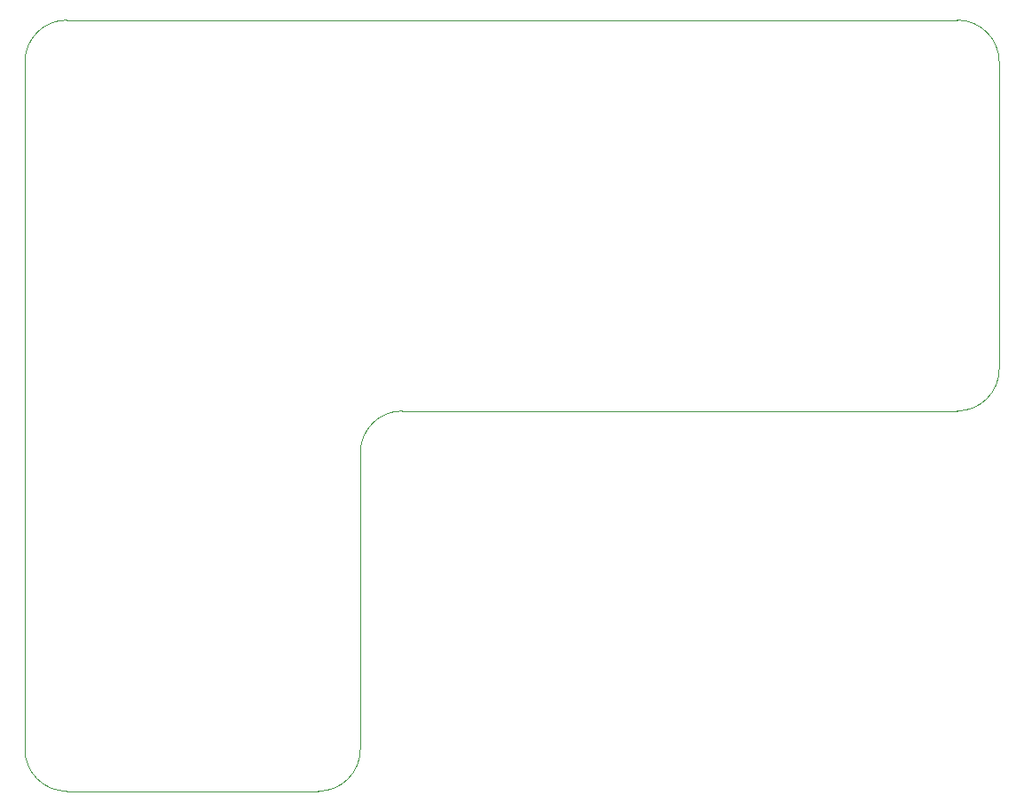
<source format=gbr>
G04 #@! TF.FileFunction,Profile,NP*
%FSLAX46Y46*%
G04 Gerber Fmt 4.6, Leading zero omitted, Abs format (unit mm)*
G04 Created by KiCad (PCBNEW 4.0.7-e2-6376~58~ubuntu16.04.1) date Thu Mar  1 20:25:12 2018*
%MOMM*%
%LPD*%
G01*
G04 APERTURE LIST*
%ADD10C,0.100000*%
G04 APERTURE END LIST*
D10*
X122403108Y-33375600D02*
G75*
G02X126403100Y-37375592I0J-3999992D01*
G01*
X122403108Y-33375600D02*
X37439092Y-33375600D01*
X33439100Y-37375592D02*
G75*
G02X37439092Y-33375600I3999992J0D01*
G01*
X33439100Y-103035608D02*
X33439100Y-37375592D01*
X37439092Y-107035600D02*
G75*
G02X33439100Y-103035608I0J3999992D01*
G01*
X61443108Y-107035600D02*
X37439092Y-107035600D01*
X65443100Y-103035608D02*
G75*
G02X61443108Y-107035600I-3999992J0D01*
G01*
X65443100Y-103035608D02*
X65443100Y-74713592D01*
X65443100Y-74713592D02*
G75*
G02X69443092Y-70713600I3999992J0D01*
G01*
X122403108Y-70713600D02*
X69443092Y-70713600D01*
X126403100Y-66713608D02*
G75*
G02X122403108Y-70713600I-3999992J0D01*
G01*
X126403100Y-66713608D02*
X126403100Y-37375592D01*
M02*

</source>
